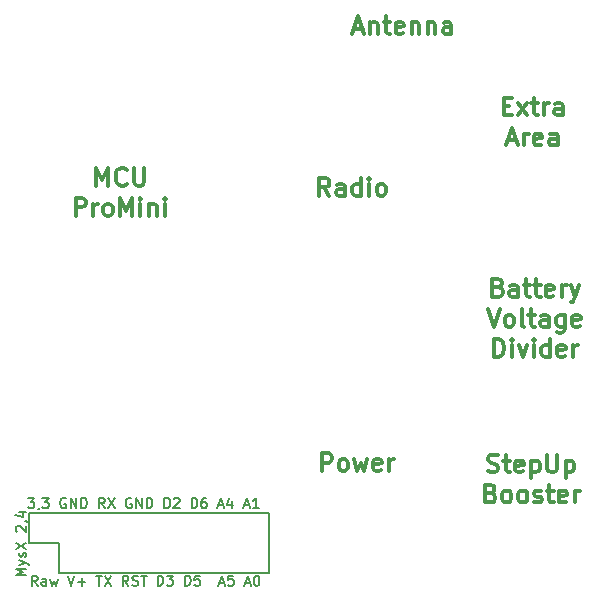
<source format=gbr>
G04 #@! TF.FileFunction,Legend,Top*
%FSLAX46Y46*%
G04 Gerber Fmt 4.6, Leading zero omitted, Abs format (unit mm)*
G04 Created by KiCad (PCBNEW 4.0.4-stable) date 04/03/18 15:39:41*
%MOMM*%
%LPD*%
G01*
G04 APERTURE LIST*
%ADD10C,0.100000*%
%ADD11C,0.300000*%
%ADD12C,0.200000*%
%ADD13C,0.175000*%
%ADD14C,0.150000*%
G04 APERTURE END LIST*
D10*
D11*
X153507143Y-64170000D02*
X154221429Y-64170000D01*
X153364286Y-64598571D02*
X153864286Y-63098571D01*
X154364286Y-64598571D01*
X154864286Y-63598571D02*
X154864286Y-64598571D01*
X154864286Y-63741429D02*
X154935714Y-63670000D01*
X155078572Y-63598571D01*
X155292857Y-63598571D01*
X155435714Y-63670000D01*
X155507143Y-63812857D01*
X155507143Y-64598571D01*
X156007143Y-63598571D02*
X156578572Y-63598571D01*
X156221429Y-63098571D02*
X156221429Y-64384286D01*
X156292857Y-64527143D01*
X156435715Y-64598571D01*
X156578572Y-64598571D01*
X157650000Y-64527143D02*
X157507143Y-64598571D01*
X157221429Y-64598571D01*
X157078572Y-64527143D01*
X157007143Y-64384286D01*
X157007143Y-63812857D01*
X157078572Y-63670000D01*
X157221429Y-63598571D01*
X157507143Y-63598571D01*
X157650000Y-63670000D01*
X157721429Y-63812857D01*
X157721429Y-63955714D01*
X157007143Y-64098571D01*
X158364286Y-63598571D02*
X158364286Y-64598571D01*
X158364286Y-63741429D02*
X158435714Y-63670000D01*
X158578572Y-63598571D01*
X158792857Y-63598571D01*
X158935714Y-63670000D01*
X159007143Y-63812857D01*
X159007143Y-64598571D01*
X159721429Y-63598571D02*
X159721429Y-64598571D01*
X159721429Y-63741429D02*
X159792857Y-63670000D01*
X159935715Y-63598571D01*
X160150000Y-63598571D01*
X160292857Y-63670000D01*
X160364286Y-63812857D01*
X160364286Y-64598571D01*
X161721429Y-64598571D02*
X161721429Y-63812857D01*
X161650000Y-63670000D01*
X161507143Y-63598571D01*
X161221429Y-63598571D01*
X161078572Y-63670000D01*
X161721429Y-64527143D02*
X161578572Y-64598571D01*
X161221429Y-64598571D01*
X161078572Y-64527143D01*
X161007143Y-64384286D01*
X161007143Y-64241429D01*
X161078572Y-64098571D01*
X161221429Y-64027143D01*
X161578572Y-64027143D01*
X161721429Y-63955714D01*
X166150000Y-70687857D02*
X166650000Y-70687857D01*
X166864286Y-71473571D02*
X166150000Y-71473571D01*
X166150000Y-69973571D01*
X166864286Y-69973571D01*
X167364286Y-71473571D02*
X168150000Y-70473571D01*
X167364286Y-70473571D02*
X168150000Y-71473571D01*
X168507143Y-70473571D02*
X169078572Y-70473571D01*
X168721429Y-69973571D02*
X168721429Y-71259286D01*
X168792857Y-71402143D01*
X168935715Y-71473571D01*
X169078572Y-71473571D01*
X169578572Y-71473571D02*
X169578572Y-70473571D01*
X169578572Y-70759286D02*
X169650000Y-70616429D01*
X169721429Y-70545000D01*
X169864286Y-70473571D01*
X170007143Y-70473571D01*
X171150000Y-71473571D02*
X171150000Y-70687857D01*
X171078571Y-70545000D01*
X170935714Y-70473571D01*
X170650000Y-70473571D01*
X170507143Y-70545000D01*
X171150000Y-71402143D02*
X171007143Y-71473571D01*
X170650000Y-71473571D01*
X170507143Y-71402143D01*
X170435714Y-71259286D01*
X170435714Y-71116429D01*
X170507143Y-70973571D01*
X170650000Y-70902143D01*
X171007143Y-70902143D01*
X171150000Y-70830714D01*
X166507143Y-73595000D02*
X167221429Y-73595000D01*
X166364286Y-74023571D02*
X166864286Y-72523571D01*
X167364286Y-74023571D01*
X167864286Y-74023571D02*
X167864286Y-73023571D01*
X167864286Y-73309286D02*
X167935714Y-73166429D01*
X168007143Y-73095000D01*
X168150000Y-73023571D01*
X168292857Y-73023571D01*
X169364285Y-73952143D02*
X169221428Y-74023571D01*
X168935714Y-74023571D01*
X168792857Y-73952143D01*
X168721428Y-73809286D01*
X168721428Y-73237857D01*
X168792857Y-73095000D01*
X168935714Y-73023571D01*
X169221428Y-73023571D01*
X169364285Y-73095000D01*
X169435714Y-73237857D01*
X169435714Y-73380714D01*
X168721428Y-73523571D01*
X170721428Y-74023571D02*
X170721428Y-73237857D01*
X170649999Y-73095000D01*
X170507142Y-73023571D01*
X170221428Y-73023571D01*
X170078571Y-73095000D01*
X170721428Y-73952143D02*
X170578571Y-74023571D01*
X170221428Y-74023571D01*
X170078571Y-73952143D01*
X170007142Y-73809286D01*
X170007142Y-73666429D01*
X170078571Y-73523571D01*
X170221428Y-73452143D01*
X170578571Y-73452143D01*
X170721428Y-73380714D01*
X165712858Y-86032857D02*
X165927144Y-86104286D01*
X165998572Y-86175714D01*
X166070001Y-86318571D01*
X166070001Y-86532857D01*
X165998572Y-86675714D01*
X165927144Y-86747143D01*
X165784286Y-86818571D01*
X165212858Y-86818571D01*
X165212858Y-85318571D01*
X165712858Y-85318571D01*
X165855715Y-85390000D01*
X165927144Y-85461429D01*
X165998572Y-85604286D01*
X165998572Y-85747143D01*
X165927144Y-85890000D01*
X165855715Y-85961429D01*
X165712858Y-86032857D01*
X165212858Y-86032857D01*
X167355715Y-86818571D02*
X167355715Y-86032857D01*
X167284286Y-85890000D01*
X167141429Y-85818571D01*
X166855715Y-85818571D01*
X166712858Y-85890000D01*
X167355715Y-86747143D02*
X167212858Y-86818571D01*
X166855715Y-86818571D01*
X166712858Y-86747143D01*
X166641429Y-86604286D01*
X166641429Y-86461429D01*
X166712858Y-86318571D01*
X166855715Y-86247143D01*
X167212858Y-86247143D01*
X167355715Y-86175714D01*
X167855715Y-85818571D02*
X168427144Y-85818571D01*
X168070001Y-85318571D02*
X168070001Y-86604286D01*
X168141429Y-86747143D01*
X168284287Y-86818571D01*
X168427144Y-86818571D01*
X168712858Y-85818571D02*
X169284287Y-85818571D01*
X168927144Y-85318571D02*
X168927144Y-86604286D01*
X168998572Y-86747143D01*
X169141430Y-86818571D01*
X169284287Y-86818571D01*
X170355715Y-86747143D02*
X170212858Y-86818571D01*
X169927144Y-86818571D01*
X169784287Y-86747143D01*
X169712858Y-86604286D01*
X169712858Y-86032857D01*
X169784287Y-85890000D01*
X169927144Y-85818571D01*
X170212858Y-85818571D01*
X170355715Y-85890000D01*
X170427144Y-86032857D01*
X170427144Y-86175714D01*
X169712858Y-86318571D01*
X171070001Y-86818571D02*
X171070001Y-85818571D01*
X171070001Y-86104286D02*
X171141429Y-85961429D01*
X171212858Y-85890000D01*
X171355715Y-85818571D01*
X171498572Y-85818571D01*
X171855715Y-85818571D02*
X172212858Y-86818571D01*
X172570000Y-85818571D02*
X172212858Y-86818571D01*
X172070000Y-87175714D01*
X171998572Y-87247143D01*
X171855715Y-87318571D01*
X164820000Y-87868571D02*
X165320000Y-89368571D01*
X165820000Y-87868571D01*
X166534286Y-89368571D02*
X166391428Y-89297143D01*
X166320000Y-89225714D01*
X166248571Y-89082857D01*
X166248571Y-88654286D01*
X166320000Y-88511429D01*
X166391428Y-88440000D01*
X166534286Y-88368571D01*
X166748571Y-88368571D01*
X166891428Y-88440000D01*
X166962857Y-88511429D01*
X167034286Y-88654286D01*
X167034286Y-89082857D01*
X166962857Y-89225714D01*
X166891428Y-89297143D01*
X166748571Y-89368571D01*
X166534286Y-89368571D01*
X167891429Y-89368571D02*
X167748571Y-89297143D01*
X167677143Y-89154286D01*
X167677143Y-87868571D01*
X168248571Y-88368571D02*
X168820000Y-88368571D01*
X168462857Y-87868571D02*
X168462857Y-89154286D01*
X168534285Y-89297143D01*
X168677143Y-89368571D01*
X168820000Y-89368571D01*
X169962857Y-89368571D02*
X169962857Y-88582857D01*
X169891428Y-88440000D01*
X169748571Y-88368571D01*
X169462857Y-88368571D01*
X169320000Y-88440000D01*
X169962857Y-89297143D02*
X169820000Y-89368571D01*
X169462857Y-89368571D01*
X169320000Y-89297143D01*
X169248571Y-89154286D01*
X169248571Y-89011429D01*
X169320000Y-88868571D01*
X169462857Y-88797143D01*
X169820000Y-88797143D01*
X169962857Y-88725714D01*
X171320000Y-88368571D02*
X171320000Y-89582857D01*
X171248571Y-89725714D01*
X171177143Y-89797143D01*
X171034286Y-89868571D01*
X170820000Y-89868571D01*
X170677143Y-89797143D01*
X171320000Y-89297143D02*
X171177143Y-89368571D01*
X170891429Y-89368571D01*
X170748571Y-89297143D01*
X170677143Y-89225714D01*
X170605714Y-89082857D01*
X170605714Y-88654286D01*
X170677143Y-88511429D01*
X170748571Y-88440000D01*
X170891429Y-88368571D01*
X171177143Y-88368571D01*
X171320000Y-88440000D01*
X172605714Y-89297143D02*
X172462857Y-89368571D01*
X172177143Y-89368571D01*
X172034286Y-89297143D01*
X171962857Y-89154286D01*
X171962857Y-88582857D01*
X172034286Y-88440000D01*
X172177143Y-88368571D01*
X172462857Y-88368571D01*
X172605714Y-88440000D01*
X172677143Y-88582857D01*
X172677143Y-88725714D01*
X171962857Y-88868571D01*
X165355715Y-91918571D02*
X165355715Y-90418571D01*
X165712858Y-90418571D01*
X165927143Y-90490000D01*
X166070001Y-90632857D01*
X166141429Y-90775714D01*
X166212858Y-91061429D01*
X166212858Y-91275714D01*
X166141429Y-91561429D01*
X166070001Y-91704286D01*
X165927143Y-91847143D01*
X165712858Y-91918571D01*
X165355715Y-91918571D01*
X166855715Y-91918571D02*
X166855715Y-90918571D01*
X166855715Y-90418571D02*
X166784286Y-90490000D01*
X166855715Y-90561429D01*
X166927143Y-90490000D01*
X166855715Y-90418571D01*
X166855715Y-90561429D01*
X167427144Y-90918571D02*
X167784287Y-91918571D01*
X168141429Y-90918571D01*
X168712858Y-91918571D02*
X168712858Y-90918571D01*
X168712858Y-90418571D02*
X168641429Y-90490000D01*
X168712858Y-90561429D01*
X168784286Y-90490000D01*
X168712858Y-90418571D01*
X168712858Y-90561429D01*
X170070001Y-91918571D02*
X170070001Y-90418571D01*
X170070001Y-91847143D02*
X169927144Y-91918571D01*
X169641430Y-91918571D01*
X169498572Y-91847143D01*
X169427144Y-91775714D01*
X169355715Y-91632857D01*
X169355715Y-91204286D01*
X169427144Y-91061429D01*
X169498572Y-90990000D01*
X169641430Y-90918571D01*
X169927144Y-90918571D01*
X170070001Y-90990000D01*
X171355715Y-91847143D02*
X171212858Y-91918571D01*
X170927144Y-91918571D01*
X170784287Y-91847143D01*
X170712858Y-91704286D01*
X170712858Y-91132857D01*
X170784287Y-90990000D01*
X170927144Y-90918571D01*
X171212858Y-90918571D01*
X171355715Y-90990000D01*
X171427144Y-91132857D01*
X171427144Y-91275714D01*
X170712858Y-91418571D01*
X172070001Y-91918571D02*
X172070001Y-90918571D01*
X172070001Y-91204286D02*
X172141429Y-91061429D01*
X172212858Y-90990000D01*
X172355715Y-90918571D01*
X172498572Y-90918571D01*
X164847143Y-101632143D02*
X165061429Y-101703571D01*
X165418572Y-101703571D01*
X165561429Y-101632143D01*
X165632858Y-101560714D01*
X165704286Y-101417857D01*
X165704286Y-101275000D01*
X165632858Y-101132143D01*
X165561429Y-101060714D01*
X165418572Y-100989286D01*
X165132858Y-100917857D01*
X164990000Y-100846429D01*
X164918572Y-100775000D01*
X164847143Y-100632143D01*
X164847143Y-100489286D01*
X164918572Y-100346429D01*
X164990000Y-100275000D01*
X165132858Y-100203571D01*
X165490000Y-100203571D01*
X165704286Y-100275000D01*
X166132857Y-100703571D02*
X166704286Y-100703571D01*
X166347143Y-100203571D02*
X166347143Y-101489286D01*
X166418571Y-101632143D01*
X166561429Y-101703571D01*
X166704286Y-101703571D01*
X167775714Y-101632143D02*
X167632857Y-101703571D01*
X167347143Y-101703571D01*
X167204286Y-101632143D01*
X167132857Y-101489286D01*
X167132857Y-100917857D01*
X167204286Y-100775000D01*
X167347143Y-100703571D01*
X167632857Y-100703571D01*
X167775714Y-100775000D01*
X167847143Y-100917857D01*
X167847143Y-101060714D01*
X167132857Y-101203571D01*
X168490000Y-100703571D02*
X168490000Y-102203571D01*
X168490000Y-100775000D02*
X168632857Y-100703571D01*
X168918571Y-100703571D01*
X169061428Y-100775000D01*
X169132857Y-100846429D01*
X169204286Y-100989286D01*
X169204286Y-101417857D01*
X169132857Y-101560714D01*
X169061428Y-101632143D01*
X168918571Y-101703571D01*
X168632857Y-101703571D01*
X168490000Y-101632143D01*
X169847143Y-100203571D02*
X169847143Y-101417857D01*
X169918571Y-101560714D01*
X169990000Y-101632143D01*
X170132857Y-101703571D01*
X170418571Y-101703571D01*
X170561429Y-101632143D01*
X170632857Y-101560714D01*
X170704286Y-101417857D01*
X170704286Y-100203571D01*
X171418572Y-100703571D02*
X171418572Y-102203571D01*
X171418572Y-100775000D02*
X171561429Y-100703571D01*
X171847143Y-100703571D01*
X171990000Y-100775000D01*
X172061429Y-100846429D01*
X172132858Y-100989286D01*
X172132858Y-101417857D01*
X172061429Y-101560714D01*
X171990000Y-101632143D01*
X171847143Y-101703571D01*
X171561429Y-101703571D01*
X171418572Y-101632143D01*
X165097143Y-103467857D02*
X165311429Y-103539286D01*
X165382857Y-103610714D01*
X165454286Y-103753571D01*
X165454286Y-103967857D01*
X165382857Y-104110714D01*
X165311429Y-104182143D01*
X165168571Y-104253571D01*
X164597143Y-104253571D01*
X164597143Y-102753571D01*
X165097143Y-102753571D01*
X165240000Y-102825000D01*
X165311429Y-102896429D01*
X165382857Y-103039286D01*
X165382857Y-103182143D01*
X165311429Y-103325000D01*
X165240000Y-103396429D01*
X165097143Y-103467857D01*
X164597143Y-103467857D01*
X166311429Y-104253571D02*
X166168571Y-104182143D01*
X166097143Y-104110714D01*
X166025714Y-103967857D01*
X166025714Y-103539286D01*
X166097143Y-103396429D01*
X166168571Y-103325000D01*
X166311429Y-103253571D01*
X166525714Y-103253571D01*
X166668571Y-103325000D01*
X166740000Y-103396429D01*
X166811429Y-103539286D01*
X166811429Y-103967857D01*
X166740000Y-104110714D01*
X166668571Y-104182143D01*
X166525714Y-104253571D01*
X166311429Y-104253571D01*
X167668572Y-104253571D02*
X167525714Y-104182143D01*
X167454286Y-104110714D01*
X167382857Y-103967857D01*
X167382857Y-103539286D01*
X167454286Y-103396429D01*
X167525714Y-103325000D01*
X167668572Y-103253571D01*
X167882857Y-103253571D01*
X168025714Y-103325000D01*
X168097143Y-103396429D01*
X168168572Y-103539286D01*
X168168572Y-103967857D01*
X168097143Y-104110714D01*
X168025714Y-104182143D01*
X167882857Y-104253571D01*
X167668572Y-104253571D01*
X168740000Y-104182143D02*
X168882857Y-104253571D01*
X169168572Y-104253571D01*
X169311429Y-104182143D01*
X169382857Y-104039286D01*
X169382857Y-103967857D01*
X169311429Y-103825000D01*
X169168572Y-103753571D01*
X168954286Y-103753571D01*
X168811429Y-103682143D01*
X168740000Y-103539286D01*
X168740000Y-103467857D01*
X168811429Y-103325000D01*
X168954286Y-103253571D01*
X169168572Y-103253571D01*
X169311429Y-103325000D01*
X169811429Y-103253571D02*
X170382858Y-103253571D01*
X170025715Y-102753571D02*
X170025715Y-104039286D01*
X170097143Y-104182143D01*
X170240001Y-104253571D01*
X170382858Y-104253571D01*
X171454286Y-104182143D02*
X171311429Y-104253571D01*
X171025715Y-104253571D01*
X170882858Y-104182143D01*
X170811429Y-104039286D01*
X170811429Y-103467857D01*
X170882858Y-103325000D01*
X171025715Y-103253571D01*
X171311429Y-103253571D01*
X171454286Y-103325000D01*
X171525715Y-103467857D01*
X171525715Y-103610714D01*
X170811429Y-103753571D01*
X172168572Y-104253571D02*
X172168572Y-103253571D01*
X172168572Y-103539286D02*
X172240000Y-103396429D01*
X172311429Y-103325000D01*
X172454286Y-103253571D01*
X172597143Y-103253571D01*
X150775715Y-101588571D02*
X150775715Y-100088571D01*
X151347143Y-100088571D01*
X151490001Y-100160000D01*
X151561429Y-100231429D01*
X151632858Y-100374286D01*
X151632858Y-100588571D01*
X151561429Y-100731429D01*
X151490001Y-100802857D01*
X151347143Y-100874286D01*
X150775715Y-100874286D01*
X152490001Y-101588571D02*
X152347143Y-101517143D01*
X152275715Y-101445714D01*
X152204286Y-101302857D01*
X152204286Y-100874286D01*
X152275715Y-100731429D01*
X152347143Y-100660000D01*
X152490001Y-100588571D01*
X152704286Y-100588571D01*
X152847143Y-100660000D01*
X152918572Y-100731429D01*
X152990001Y-100874286D01*
X152990001Y-101302857D01*
X152918572Y-101445714D01*
X152847143Y-101517143D01*
X152704286Y-101588571D01*
X152490001Y-101588571D01*
X153490001Y-100588571D02*
X153775715Y-101588571D01*
X154061429Y-100874286D01*
X154347144Y-101588571D01*
X154632858Y-100588571D01*
X155775715Y-101517143D02*
X155632858Y-101588571D01*
X155347144Y-101588571D01*
X155204287Y-101517143D01*
X155132858Y-101374286D01*
X155132858Y-100802857D01*
X155204287Y-100660000D01*
X155347144Y-100588571D01*
X155632858Y-100588571D01*
X155775715Y-100660000D01*
X155847144Y-100802857D01*
X155847144Y-100945714D01*
X155132858Y-101088571D01*
X156490001Y-101588571D02*
X156490001Y-100588571D01*
X156490001Y-100874286D02*
X156561429Y-100731429D01*
X156632858Y-100660000D01*
X156775715Y-100588571D01*
X156918572Y-100588571D01*
X131664286Y-77423571D02*
X131664286Y-75923571D01*
X132164286Y-76995000D01*
X132664286Y-75923571D01*
X132664286Y-77423571D01*
X134235715Y-77280714D02*
X134164286Y-77352143D01*
X133950000Y-77423571D01*
X133807143Y-77423571D01*
X133592858Y-77352143D01*
X133450000Y-77209286D01*
X133378572Y-77066429D01*
X133307143Y-76780714D01*
X133307143Y-76566429D01*
X133378572Y-76280714D01*
X133450000Y-76137857D01*
X133592858Y-75995000D01*
X133807143Y-75923571D01*
X133950000Y-75923571D01*
X134164286Y-75995000D01*
X134235715Y-76066429D01*
X134878572Y-75923571D02*
X134878572Y-77137857D01*
X134950000Y-77280714D01*
X135021429Y-77352143D01*
X135164286Y-77423571D01*
X135450000Y-77423571D01*
X135592858Y-77352143D01*
X135664286Y-77280714D01*
X135735715Y-77137857D01*
X135735715Y-75923571D01*
X129914286Y-79973571D02*
X129914286Y-78473571D01*
X130485714Y-78473571D01*
X130628572Y-78545000D01*
X130700000Y-78616429D01*
X130771429Y-78759286D01*
X130771429Y-78973571D01*
X130700000Y-79116429D01*
X130628572Y-79187857D01*
X130485714Y-79259286D01*
X129914286Y-79259286D01*
X131414286Y-79973571D02*
X131414286Y-78973571D01*
X131414286Y-79259286D02*
X131485714Y-79116429D01*
X131557143Y-79045000D01*
X131700000Y-78973571D01*
X131842857Y-78973571D01*
X132557143Y-79973571D02*
X132414285Y-79902143D01*
X132342857Y-79830714D01*
X132271428Y-79687857D01*
X132271428Y-79259286D01*
X132342857Y-79116429D01*
X132414285Y-79045000D01*
X132557143Y-78973571D01*
X132771428Y-78973571D01*
X132914285Y-79045000D01*
X132985714Y-79116429D01*
X133057143Y-79259286D01*
X133057143Y-79687857D01*
X132985714Y-79830714D01*
X132914285Y-79902143D01*
X132771428Y-79973571D01*
X132557143Y-79973571D01*
X133700000Y-79973571D02*
X133700000Y-78473571D01*
X134200000Y-79545000D01*
X134700000Y-78473571D01*
X134700000Y-79973571D01*
X135414286Y-79973571D02*
X135414286Y-78973571D01*
X135414286Y-78473571D02*
X135342857Y-78545000D01*
X135414286Y-78616429D01*
X135485714Y-78545000D01*
X135414286Y-78473571D01*
X135414286Y-78616429D01*
X136128572Y-78973571D02*
X136128572Y-79973571D01*
X136128572Y-79116429D02*
X136200000Y-79045000D01*
X136342858Y-78973571D01*
X136557143Y-78973571D01*
X136700000Y-79045000D01*
X136771429Y-79187857D01*
X136771429Y-79973571D01*
X137485715Y-79973571D02*
X137485715Y-78973571D01*
X137485715Y-78473571D02*
X137414286Y-78545000D01*
X137485715Y-78616429D01*
X137557143Y-78545000D01*
X137485715Y-78473571D01*
X137485715Y-78616429D01*
X151411429Y-78288571D02*
X150911429Y-77574286D01*
X150554286Y-78288571D02*
X150554286Y-76788571D01*
X151125714Y-76788571D01*
X151268572Y-76860000D01*
X151340000Y-76931429D01*
X151411429Y-77074286D01*
X151411429Y-77288571D01*
X151340000Y-77431429D01*
X151268572Y-77502857D01*
X151125714Y-77574286D01*
X150554286Y-77574286D01*
X152697143Y-78288571D02*
X152697143Y-77502857D01*
X152625714Y-77360000D01*
X152482857Y-77288571D01*
X152197143Y-77288571D01*
X152054286Y-77360000D01*
X152697143Y-78217143D02*
X152554286Y-78288571D01*
X152197143Y-78288571D01*
X152054286Y-78217143D01*
X151982857Y-78074286D01*
X151982857Y-77931429D01*
X152054286Y-77788571D01*
X152197143Y-77717143D01*
X152554286Y-77717143D01*
X152697143Y-77645714D01*
X154054286Y-78288571D02*
X154054286Y-76788571D01*
X154054286Y-78217143D02*
X153911429Y-78288571D01*
X153625715Y-78288571D01*
X153482857Y-78217143D01*
X153411429Y-78145714D01*
X153340000Y-78002857D01*
X153340000Y-77574286D01*
X153411429Y-77431429D01*
X153482857Y-77360000D01*
X153625715Y-77288571D01*
X153911429Y-77288571D01*
X154054286Y-77360000D01*
X154768572Y-78288571D02*
X154768572Y-77288571D01*
X154768572Y-76788571D02*
X154697143Y-76860000D01*
X154768572Y-76931429D01*
X154840000Y-76860000D01*
X154768572Y-76788571D01*
X154768572Y-76931429D01*
X155697144Y-78288571D02*
X155554286Y-78217143D01*
X155482858Y-78145714D01*
X155411429Y-78002857D01*
X155411429Y-77574286D01*
X155482858Y-77431429D01*
X155554286Y-77360000D01*
X155697144Y-77288571D01*
X155911429Y-77288571D01*
X156054286Y-77360000D01*
X156125715Y-77431429D01*
X156197144Y-77574286D01*
X156197144Y-78002857D01*
X156125715Y-78145714D01*
X156054286Y-78217143D01*
X155911429Y-78288571D01*
X155697144Y-78288571D01*
D12*
X125713204Y-110438467D02*
X124863204Y-110438467D01*
X125470347Y-110155134D01*
X124863204Y-109871800D01*
X125713204Y-109871800D01*
X125146537Y-109547990D02*
X125713204Y-109345609D01*
X125146537Y-109143229D02*
X125713204Y-109345609D01*
X125915585Y-109426562D01*
X125956061Y-109467038D01*
X125996537Y-109547990D01*
X125672728Y-108859895D02*
X125713204Y-108778943D01*
X125713204Y-108617038D01*
X125672728Y-108536086D01*
X125591775Y-108495610D01*
X125551299Y-108495610D01*
X125470347Y-108536086D01*
X125429870Y-108617038D01*
X125429870Y-108738467D01*
X125389394Y-108819419D01*
X125308442Y-108859895D01*
X125267966Y-108859895D01*
X125187013Y-108819419D01*
X125146537Y-108738467D01*
X125146537Y-108617038D01*
X125187013Y-108536086D01*
X124863204Y-108212276D02*
X125713204Y-107645610D01*
X124863204Y-107645610D02*
X125713204Y-108212276D01*
X124944156Y-106714657D02*
X124903680Y-106674181D01*
X124863204Y-106593229D01*
X124863204Y-106390848D01*
X124903680Y-106309895D01*
X124944156Y-106269419D01*
X125025109Y-106228943D01*
X125106061Y-106228943D01*
X125227490Y-106269419D01*
X125713204Y-106755133D01*
X125713204Y-106228943D01*
X125672728Y-105824181D02*
X125713204Y-105824181D01*
X125794156Y-105864657D01*
X125834632Y-105905133D01*
X125146537Y-105095609D02*
X125713204Y-105095609D01*
X124822728Y-105297990D02*
X125429870Y-105500371D01*
X125429870Y-104974181D01*
X125896561Y-103877724D02*
X126422751Y-103877724D01*
X126139418Y-104201533D01*
X126260846Y-104201533D01*
X126341799Y-104242010D01*
X126382275Y-104282486D01*
X126422751Y-104363438D01*
X126422751Y-104565819D01*
X126382275Y-104646771D01*
X126341799Y-104687248D01*
X126260846Y-104727724D01*
X126017989Y-104727724D01*
X125937037Y-104687248D01*
X125896561Y-104646771D01*
X126827513Y-104687248D02*
X126827513Y-104727724D01*
X126787037Y-104808676D01*
X126746561Y-104849152D01*
X127110847Y-103877724D02*
X127637037Y-103877724D01*
X127353704Y-104201533D01*
X127475132Y-104201533D01*
X127556085Y-104242010D01*
X127596561Y-104282486D01*
X127637037Y-104363438D01*
X127637037Y-104565819D01*
X127596561Y-104646771D01*
X127556085Y-104687248D01*
X127475132Y-104727724D01*
X127232275Y-104727724D01*
X127151323Y-104687248D01*
X127110847Y-104646771D01*
X129094180Y-103918200D02*
X129013228Y-103877724D01*
X128891799Y-103877724D01*
X128770371Y-103918200D01*
X128689418Y-103999152D01*
X128648942Y-104080105D01*
X128608466Y-104242010D01*
X128608466Y-104363438D01*
X128648942Y-104525343D01*
X128689418Y-104606295D01*
X128770371Y-104687248D01*
X128891799Y-104727724D01*
X128972751Y-104727724D01*
X129094180Y-104687248D01*
X129134656Y-104646771D01*
X129134656Y-104363438D01*
X128972751Y-104363438D01*
X129498942Y-104727724D02*
X129498942Y-103877724D01*
X129984656Y-104727724D01*
X129984656Y-103877724D01*
X130389418Y-104727724D02*
X130389418Y-103877724D01*
X130591799Y-103877724D01*
X130713227Y-103918200D01*
X130794180Y-103999152D01*
X130834656Y-104080105D01*
X130875132Y-104242010D01*
X130875132Y-104363438D01*
X130834656Y-104525343D01*
X130794180Y-104606295D01*
X130713227Y-104687248D01*
X130591799Y-104727724D01*
X130389418Y-104727724D01*
X132372751Y-104727724D02*
X132089418Y-104322962D01*
X131887037Y-104727724D02*
X131887037Y-103877724D01*
X132210846Y-103877724D01*
X132291799Y-103918200D01*
X132332275Y-103958676D01*
X132372751Y-104039629D01*
X132372751Y-104161057D01*
X132332275Y-104242010D01*
X132291799Y-104282486D01*
X132210846Y-104322962D01*
X131887037Y-104322962D01*
X132656085Y-103877724D02*
X133222751Y-104727724D01*
X133222751Y-103877724D02*
X132656085Y-104727724D01*
X134639418Y-103918200D02*
X134558466Y-103877724D01*
X134437037Y-103877724D01*
X134315609Y-103918200D01*
X134234656Y-103999152D01*
X134194180Y-104080105D01*
X134153704Y-104242010D01*
X134153704Y-104363438D01*
X134194180Y-104525343D01*
X134234656Y-104606295D01*
X134315609Y-104687248D01*
X134437037Y-104727724D01*
X134517989Y-104727724D01*
X134639418Y-104687248D01*
X134679894Y-104646771D01*
X134679894Y-104363438D01*
X134517989Y-104363438D01*
X135044180Y-104727724D02*
X135044180Y-103877724D01*
X135529894Y-104727724D01*
X135529894Y-103877724D01*
X135934656Y-104727724D02*
X135934656Y-103877724D01*
X136137037Y-103877724D01*
X136258465Y-103918200D01*
X136339418Y-103999152D01*
X136379894Y-104080105D01*
X136420370Y-104242010D01*
X136420370Y-104363438D01*
X136379894Y-104525343D01*
X136339418Y-104606295D01*
X136258465Y-104687248D01*
X136137037Y-104727724D01*
X135934656Y-104727724D01*
X137432275Y-104727724D02*
X137432275Y-103877724D01*
X137634656Y-103877724D01*
X137756084Y-103918200D01*
X137837037Y-103999152D01*
X137877513Y-104080105D01*
X137917989Y-104242010D01*
X137917989Y-104363438D01*
X137877513Y-104525343D01*
X137837037Y-104606295D01*
X137756084Y-104687248D01*
X137634656Y-104727724D01*
X137432275Y-104727724D01*
X138241799Y-103958676D02*
X138282275Y-103918200D01*
X138363227Y-103877724D01*
X138565608Y-103877724D01*
X138646561Y-103918200D01*
X138687037Y-103958676D01*
X138727513Y-104039629D01*
X138727513Y-104120581D01*
X138687037Y-104242010D01*
X138201323Y-104727724D01*
X138727513Y-104727724D01*
X139739418Y-104727724D02*
X139739418Y-103877724D01*
X139941799Y-103877724D01*
X140063227Y-103918200D01*
X140144180Y-103999152D01*
X140184656Y-104080105D01*
X140225132Y-104242010D01*
X140225132Y-104363438D01*
X140184656Y-104525343D01*
X140144180Y-104606295D01*
X140063227Y-104687248D01*
X139941799Y-104727724D01*
X139739418Y-104727724D01*
X140953704Y-103877724D02*
X140791799Y-103877724D01*
X140710847Y-103918200D01*
X140670370Y-103958676D01*
X140589418Y-104080105D01*
X140548942Y-104242010D01*
X140548942Y-104565819D01*
X140589418Y-104646771D01*
X140629894Y-104687248D01*
X140710847Y-104727724D01*
X140872751Y-104727724D01*
X140953704Y-104687248D01*
X140994180Y-104646771D01*
X141034656Y-104565819D01*
X141034656Y-104363438D01*
X140994180Y-104282486D01*
X140953704Y-104242010D01*
X140872751Y-104201533D01*
X140710847Y-104201533D01*
X140629894Y-104242010D01*
X140589418Y-104282486D01*
X140548942Y-104363438D01*
X142006085Y-104484867D02*
X142410847Y-104484867D01*
X141925132Y-104727724D02*
X142208466Y-103877724D01*
X142491799Y-104727724D01*
X143139418Y-104161057D02*
X143139418Y-104727724D01*
X142937037Y-103837248D02*
X142734656Y-104444390D01*
X143260846Y-104444390D01*
X144191799Y-104484867D02*
X144596561Y-104484867D01*
X144110846Y-104727724D02*
X144394180Y-103877724D01*
X144677513Y-104727724D01*
X145406084Y-104727724D02*
X144920370Y-104727724D01*
X145163227Y-104727724D02*
X145163227Y-103877724D01*
X145082275Y-103999152D01*
X145001322Y-104080105D01*
X144920370Y-104120581D01*
D13*
X126706739Y-111298704D02*
X126423406Y-110893942D01*
X126221025Y-111298704D02*
X126221025Y-110448704D01*
X126544834Y-110448704D01*
X126625787Y-110489180D01*
X126666263Y-110529656D01*
X126706739Y-110610609D01*
X126706739Y-110732037D01*
X126666263Y-110812990D01*
X126625787Y-110853466D01*
X126544834Y-110893942D01*
X126221025Y-110893942D01*
X127435311Y-111298704D02*
X127435311Y-110853466D01*
X127394834Y-110772513D01*
X127313882Y-110732037D01*
X127151977Y-110732037D01*
X127071025Y-110772513D01*
X127435311Y-111258228D02*
X127354358Y-111298704D01*
X127151977Y-111298704D01*
X127071025Y-111258228D01*
X127030549Y-111177275D01*
X127030549Y-111096323D01*
X127071025Y-111015370D01*
X127151977Y-110974894D01*
X127354358Y-110974894D01*
X127435311Y-110934418D01*
X127759121Y-110732037D02*
X127921025Y-111298704D01*
X128082930Y-110893942D01*
X128244835Y-111298704D01*
X128406740Y-110732037D01*
X129256739Y-110448704D02*
X129540073Y-111298704D01*
X129823406Y-110448704D01*
X130106739Y-110974894D02*
X130754358Y-110974894D01*
X130430548Y-111298704D02*
X130430548Y-110651085D01*
X131685310Y-110448704D02*
X132171025Y-110448704D01*
X131928168Y-111298704D02*
X131928168Y-110448704D01*
X132373406Y-110448704D02*
X132940072Y-111298704D01*
X132940072Y-110448704D02*
X132373406Y-111298704D01*
X134397215Y-111298704D02*
X134113882Y-110893942D01*
X133911501Y-111298704D02*
X133911501Y-110448704D01*
X134235310Y-110448704D01*
X134316263Y-110489180D01*
X134356739Y-110529656D01*
X134397215Y-110610609D01*
X134397215Y-110732037D01*
X134356739Y-110812990D01*
X134316263Y-110853466D01*
X134235310Y-110893942D01*
X133911501Y-110893942D01*
X134721025Y-111258228D02*
X134842453Y-111298704D01*
X135044834Y-111298704D01*
X135125787Y-111258228D01*
X135166263Y-111217751D01*
X135206739Y-111136799D01*
X135206739Y-111055847D01*
X135166263Y-110974894D01*
X135125787Y-110934418D01*
X135044834Y-110893942D01*
X134882930Y-110853466D01*
X134801977Y-110812990D01*
X134761501Y-110772513D01*
X134721025Y-110691561D01*
X134721025Y-110610609D01*
X134761501Y-110529656D01*
X134801977Y-110489180D01*
X134882930Y-110448704D01*
X135085310Y-110448704D01*
X135206739Y-110489180D01*
X135449596Y-110448704D02*
X135935311Y-110448704D01*
X135692454Y-111298704D02*
X135692454Y-110448704D01*
X136866263Y-111298704D02*
X136866263Y-110448704D01*
X137068644Y-110448704D01*
X137190072Y-110489180D01*
X137271025Y-110570132D01*
X137311501Y-110651085D01*
X137351977Y-110812990D01*
X137351977Y-110934418D01*
X137311501Y-111096323D01*
X137271025Y-111177275D01*
X137190072Y-111258228D01*
X137068644Y-111298704D01*
X136866263Y-111298704D01*
X137635311Y-110448704D02*
X138161501Y-110448704D01*
X137878168Y-110772513D01*
X137999596Y-110772513D01*
X138080549Y-110812990D01*
X138121025Y-110853466D01*
X138161501Y-110934418D01*
X138161501Y-111136799D01*
X138121025Y-111217751D01*
X138080549Y-111258228D01*
X137999596Y-111298704D01*
X137756739Y-111298704D01*
X137675787Y-111258228D01*
X137635311Y-111217751D01*
X139173406Y-111298704D02*
X139173406Y-110448704D01*
X139375787Y-110448704D01*
X139497215Y-110489180D01*
X139578168Y-110570132D01*
X139618644Y-110651085D01*
X139659120Y-110812990D01*
X139659120Y-110934418D01*
X139618644Y-111096323D01*
X139578168Y-111177275D01*
X139497215Y-111258228D01*
X139375787Y-111298704D01*
X139173406Y-111298704D01*
X140428168Y-110448704D02*
X140023406Y-110448704D01*
X139982930Y-110853466D01*
X140023406Y-110812990D01*
X140104358Y-110772513D01*
X140306739Y-110772513D01*
X140387692Y-110812990D01*
X140428168Y-110853466D01*
X140468644Y-110934418D01*
X140468644Y-111136799D01*
X140428168Y-111217751D01*
X140387692Y-111258228D01*
X140306739Y-111298704D01*
X140104358Y-111298704D01*
X140023406Y-111258228D01*
X139982930Y-111217751D01*
X142087692Y-111055847D02*
X142492454Y-111055847D01*
X142006739Y-111298704D02*
X142290073Y-110448704D01*
X142573406Y-111298704D01*
X143261501Y-110448704D02*
X142856739Y-110448704D01*
X142816263Y-110853466D01*
X142856739Y-110812990D01*
X142937691Y-110772513D01*
X143140072Y-110772513D01*
X143221025Y-110812990D01*
X143261501Y-110853466D01*
X143301977Y-110934418D01*
X143301977Y-111136799D01*
X143261501Y-111217751D01*
X143221025Y-111258228D01*
X143140072Y-111298704D01*
X142937691Y-111298704D01*
X142856739Y-111258228D01*
X142816263Y-111217751D01*
X144273406Y-111055847D02*
X144678168Y-111055847D01*
X144192453Y-111298704D02*
X144475787Y-110448704D01*
X144759120Y-111298704D01*
X145204358Y-110448704D02*
X145285310Y-110448704D01*
X145366262Y-110489180D01*
X145406739Y-110529656D01*
X145447215Y-110610609D01*
X145487691Y-110772513D01*
X145487691Y-110974894D01*
X145447215Y-111136799D01*
X145406739Y-111217751D01*
X145366262Y-111258228D01*
X145285310Y-111298704D01*
X145204358Y-111298704D01*
X145123405Y-111258228D01*
X145082929Y-111217751D01*
X145042453Y-111136799D01*
X145001977Y-110974894D01*
X145001977Y-110772513D01*
X145042453Y-110610609D01*
X145082929Y-110529656D01*
X145123405Y-110489180D01*
X145204358Y-110448704D01*
D14*
X128524000Y-110185200D02*
X146304000Y-110185200D01*
X146304000Y-110185200D02*
X146304000Y-105105200D01*
X146304000Y-105105200D02*
X125984000Y-105105200D01*
X125984000Y-105105200D02*
X125984000Y-107645200D01*
X125984000Y-107645200D02*
X128524000Y-107645200D01*
X128524000Y-107645200D02*
X128524000Y-110185200D01*
M02*

</source>
